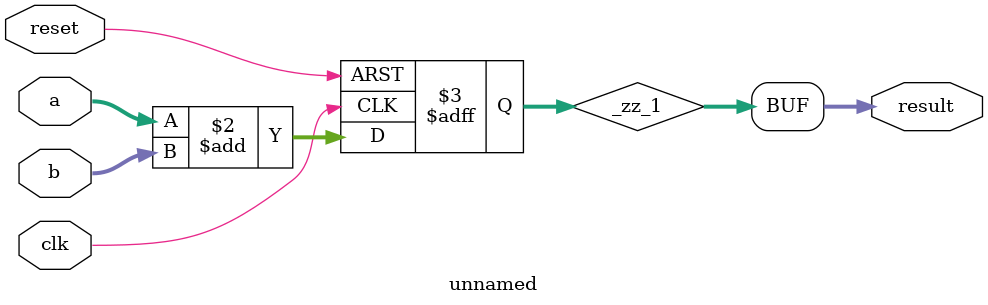
<source format=v>



module unnamed (
  input      [7:0]    a,
  input      [7:0]    b,
  output     [7:0]    result,
  input               clk,
  input               reset
);
  reg        [7:0]    _zz_1;

  assign result = _zz_1;
  always @ (posedge clk or posedge reset) begin
    if (reset) begin
      _zz_1 <= 8'h0;
    end else begin
      _zz_1 <= (a + b);
    end
  end


endmodule

</source>
